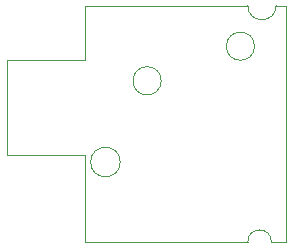
<source format=gbr>
G04 #@! TF.GenerationSoftware,KiCad,Pcbnew,(5.1.5)-3*
G04 #@! TF.CreationDate,2020-06-28T02:30:20+02:00*
G04 #@! TF.ProjectId,XenoGCFlex,58656e6f-4743-4466-9c65-782e6b696361,rev?*
G04 #@! TF.SameCoordinates,Original*
G04 #@! TF.FileFunction,Profile,NP*
%FSLAX46Y46*%
G04 Gerber Fmt 4.6, Leading zero omitted, Abs format (unit mm)*
G04 Created by KiCad (PCBNEW (5.1.5)-3) date 2020-06-28 02:30:20*
%MOMM*%
%LPD*%
G04 APERTURE LIST*
%ADD10C,0.050000*%
%ADD11C,0.120000*%
G04 APERTURE END LIST*
D10*
X154656940Y-80180180D02*
X155856940Y-80180180D01*
X152656940Y-80180180D02*
G75*
G02X154656940Y-80180180I1000000J0D01*
G01*
X155856940Y-60180220D02*
X155056840Y-60180220D01*
X155056840Y-60180220D02*
G75*
G02X152656840Y-60180220I-1200000J0D01*
G01*
X141854280Y-73429160D02*
G75*
G03X141854280Y-73429160I-1250000J0D01*
G01*
D11*
X145323560Y-66550540D02*
G75*
G03X145323560Y-66550540I-1191791J0D01*
G01*
X153226031Y-63624460D02*
G75*
G03X153226031Y-63624460I-1191791J0D01*
G01*
D10*
X138856720Y-72848240D02*
X138857000Y-80180180D01*
X138856720Y-72848240D02*
X132294120Y-72848240D01*
X132294120Y-64829460D02*
X132294120Y-72848240D01*
X138856720Y-64829460D02*
X132294120Y-64829460D01*
X152656840Y-60180220D02*
X138857000Y-60180220D01*
X155856940Y-60180220D02*
X155856940Y-80180180D01*
X138857000Y-60180220D02*
X138856720Y-64829460D01*
X152656940Y-80180180D02*
X138857000Y-80180180D01*
M02*

</source>
